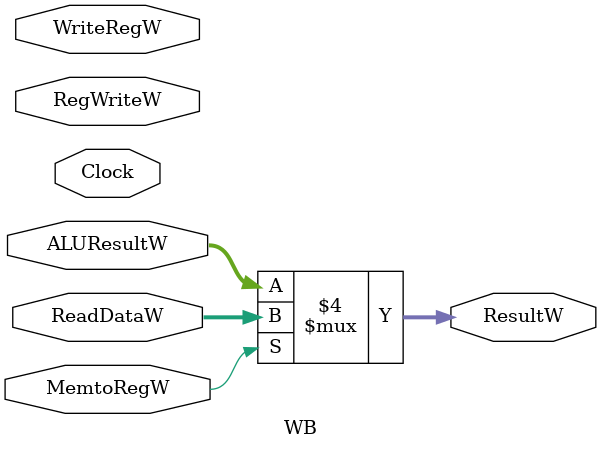
<source format=v>
module WB(
    input Clock, RegWriteW, MemtoRegW,
    input [31:0] ALUResultW, ReadDataW,
    input [4:0] WriteRegW,
    output reg signed[31:0] ResultW 
);

// Assign the data for ResultW, which is used to write back to Register File
always @(MemtoRegW,ALUResultW,ReadDataW) begin
    if (MemtoRegW==0) begin
        ResultW = $signed(ALUResultW);
    end
    else ResultW = $signed(ReadDataW);
end


endmodule
</source>
